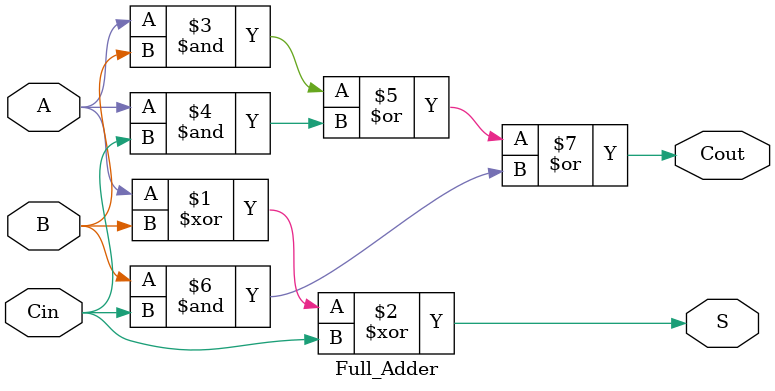
<source format=v>
module Carry_Select_32(A,B,Cin,S,Cout);
        
    input [31:0] A;
    input [31:0] B;
    input Cin;
    output [31:0] S;
    output Cout;
    
    wire SC1,SC2,SCC;
    
    wire [6:0] S1;
    wire [6:0] S2;

    wire [8:0] N1;
    wire [8:0] N2;

    wire [10:0] E1;
    wire [10:0] E2;
    
    //module Five_bit(A,B,Cin,S,Cout);
    Five_bit Fone(A[4:0],B[4:0],Cin,S[4:0],FC1);

    Seven_bit Sone(A[11:5],B[11:5],1'b0,S1,SC1); 
    Seven_bit Stwo(A[11:5],B[11:5],1'b1,S2,SC2);
    two_one_Mux_7 m1(S1,S2,SC1,SC2,FC1,S[11:5],SCC);

    wire NC1,NC2,NCC;
    Nine_bit None(A[20:12],B[20:12],1'b0,N1,NC1);  
    Nine_bit Ntwo(A[20:12],B[20:12],1'b1,N2,NC2);
    two_one_Mux_9 m2(N1,N2,NC1,NC2,SCC,S[20:12],NCC); 

    wire EC1,EC2,ECC;
    Eleven_bit Eone(A[31:21],B[31:21],1'b0,E1,EC1);
    Eleven_bit Etwo(A[31:21],B[31:21],1'b1,E2,EC2);
    two_one_Mux_11 m3(E1,E2,EC1,EC2,NCC,S[31:21],Cout);

endmodule

module Five_bit(A,B,Cin,S,Cout);
    input [4:0] A;
    input [4:0] B;
    input Cin;
    output [4:0] S;
    output Cout;  

    wire C1,C2,C3,C4;

    Full_Adder i1(A[0],B[0],Cin,S[0],C1);
    Full_Adder i2(A[1],B[1],C1,S[1],C2); 
    Full_Adder i3(A[2],B[2],C2,S[2],C3); 
    Full_Adder i4(A[3],B[3],C3,S[3],C4);
    Full_Adder i5(A[4],B[4],C4,S[4],Cout);

 endmodule

module Seven_bit(A,B,Cin,S,Cout);
    input [6:0] A;
    input [6:0] B;
    input Cin;
    output [6:0] S;
    output Cout;

    wire C1,C2,C3,C4,C5,C6,C7;

    Full_Adder i1(A[0],B[0],Cin,S[0],C1);
    Full_Adder i2(A[1],B[1],C1,S[1],C2); 
    Full_Adder i3(A[2],B[2],C2,S[2],C3); 
    Full_Adder i4(A[3],B[3],C3,S[3],C4);
    Full_Adder i5(A[4],B[4],C4,S[4],C5);
    Full_Adder i6(A[5],B[5],C5,S[5],C6);
    Full_Adder i7(A[6],B[6],C6,S[6],Cout);

 endmodule

module Nine_bit(A,B,Cin,S,Cout);
    input [8:0] A;
    input [8:0] B;
    input Cin;
    output [8:0] S;
    output Cout;   

    wire C1,C2,C3,C4,C5,C6,C7,C8;

    Full_Adder i1(A[0],B[0],Cin,S[0],C1);

    Full_Adder i2(A[1],B[1],C1,S[1],C2); 

    Full_Adder i3(A[2],B[2],C2,S[2],C3); 
    
    Full_Adder i4(A[3],B[3],C3,S[3],C4);
    
    Full_Adder i5(A[4],B[4],C4,S[4],C5);
    
    Full_Adder i6(A[5],B[5],C5,S[5],C6);
    
    Full_Adder i7(A[6],B[6],C6,S[6],C7);

    Full_Adder i8(A[7],B[7],C7,S[7],C8);
    
    Full_Adder i9(A[8],B[8],C8,S[8],Cout);
      
 endmodule

module Eleven_bit(A,B,Cin,S,Cout);
    input [10:0] A;
    input [10:0] B;
    input Cin;
    output [10:0] S;
    output Cout;

    wire C1,C2,C3,C4,C5,C6,C7,C8,C9,C10;

    Full_Adder i1(A[0],B[0],Cin,S[0],C1);

    Full_Adder i2(A[1],B[1],C1,S[1],C2); 

    Full_Adder i3(A[2],B[2],C2,S[2],C3); 
    
    Full_Adder i4(A[3],B[3],C3,S[3],C4);
    
    Full_Adder i5(A[4],B[4],C4,S[4],C5);
    
    Full_Adder i6(A[5],B[5],C5,S[5],C6);
    
    Full_Adder i7(A[6],B[6],C6,S[6],C7);

    Full_Adder i8(A[7],B[7],C7,S[7],C8);
    
    Full_Adder i9(A[8],B[8],C8,S[8],C9);

    Full_Adder i10(A[9],B[9],C9,S[9],C10);
    
    Full_Adder i11(A[10],B[10],C10,S[10],Cout);
    
 endmodule

module two_one_Mux_7(A,B,Cin1,Cin2,S,O,Cout);
    input [6:0] A;    
    input [6:0] B;
    input S;
    input Cin1,Cin2;
    output [6:0] O;    
    output Cout;
    assign O = (S==0) ? A:B;
    assign Cout = (S==0) ? Cin1:Cin2;
endmodule

module two_one_Mux_9(A,B,Cin1,Cin2,S,O,Cout); 
    input [8:0] A;
    input [8:0] B;   
    input S;        
    input Cin1,Cin2;
    output Cout;
    output [8:0] O;
    assign O = (S==0) ? A:B;
    assign Cout = (S==0) ? Cin1:Cin2;
endmodule

module two_one_Mux_11(A,B,Cin1,Cin2,S,O,Cout);
    input [10:0] A;
    input [10:0] B;
    input S;    
    input Cin1,Cin2;
    output Cout;
    output [10:0] O;
    assign O = (S==0) ? A:B;
    assign Cout = (S==0) ? Cin1:Cin2;
endmodule

module Full_Adder(A,B,Cin,S,Cout);

    input A;
    input B;
    input Cin;
    output S;
    output Cout;
    
    assign S = A^B^Cin;
    assign Cout = (A&B) | (A&Cin) | (B&Cin);
    
endmodule




</source>
